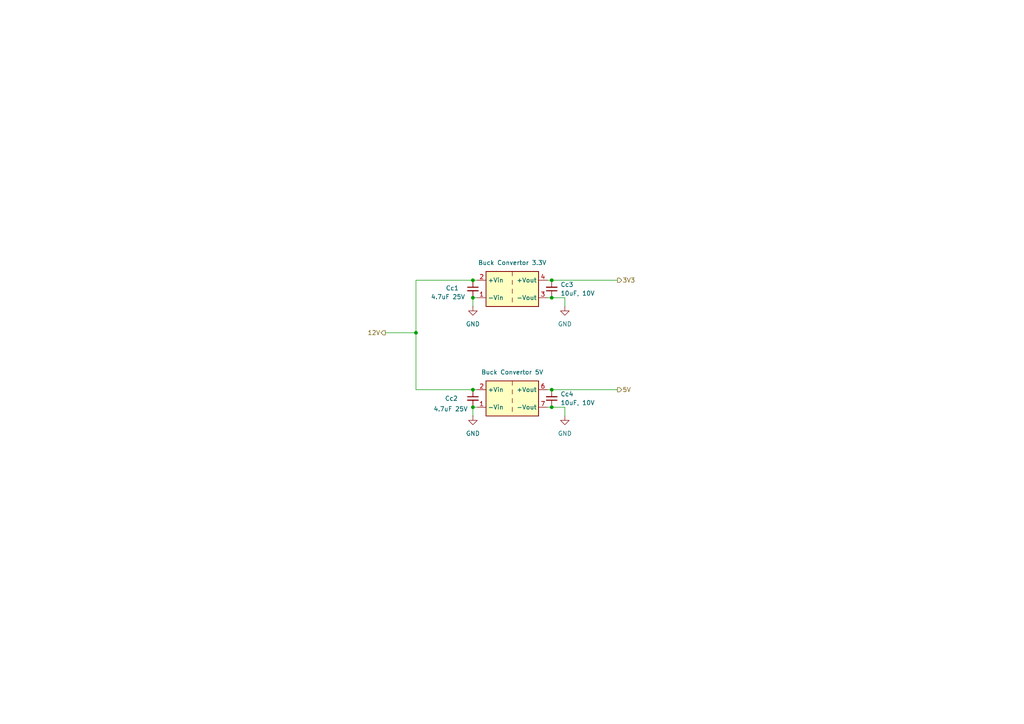
<source format=kicad_sch>
(kicad_sch
	(version 20250114)
	(generator "eeschema")
	(generator_version "9.0")
	(uuid "e15b54da-4923-4faf-a7e3-04d3a032fa26")
	(paper "A4")
	(lib_symbols
		(symbol "Converter_DCDC:ITX1203SA"
			(exclude_from_sim no)
			(in_bom yes)
			(on_board yes)
			(property "Reference" "PS"
				(at -7.62 6.35 0)
				(effects
					(font
						(size 1.27 1.27)
					)
					(justify left)
				)
			)
			(property "Value" "ITX1203SA"
				(at 1.27 6.35 0)
				(effects
					(font
						(size 1.27 1.27)
					)
					(justify left)
				)
			)
			(property "Footprint" "Converter_DCDC:Converter_DCDC_XP_POWER-ITXxxxxSA_THT"
				(at -26.67 -6.35 0)
				(effects
					(font
						(size 1.27 1.27)
					)
					(justify left)
					(hide yes)
				)
			)
			(property "Datasheet" "https://www.xppower.com/pdfs/SF_ITX.pdf"
				(at 26.67 -7.62 0)
				(effects
					(font
						(size 1.27 1.27)
					)
					(justify left)
					(hide yes)
				)
			)
			(property "Description" "XP Power 6W, 1000 VDC Isolated DC/DC Converter Module, Fully Regulated Single Output Voltage 3.3V, ±1300mA, 12V Input Voltage, SIP"
				(at 0 0 0)
				(effects
					(font
						(size 1.27 1.27)
					)
					(hide yes)
				)
			)
			(property "ki_keywords" "XP_POWER DC/DC isolated Converter module"
				(at 0 0 0)
				(effects
					(font
						(size 1.27 1.27)
					)
					(hide yes)
				)
			)
			(property "ki_fp_filters" "*XP?POWER?ITXxxxxSA*"
				(at 0 0 0)
				(effects
					(font
						(size 1.27 1.27)
					)
					(hide yes)
				)
			)
			(symbol "ITX1203SA_0_0"
				(pin power_in line
					(at -10.16 2.54 0)
					(length 2.54)
					(name "+Vin"
						(effects
							(font
								(size 1.27 1.27)
							)
						)
					)
					(number "2"
						(effects
							(font
								(size 1.27 1.27)
							)
						)
					)
				)
				(pin power_in line
					(at -10.16 -2.54 0)
					(length 2.54)
					(name "-Vin"
						(effects
							(font
								(size 1.27 1.27)
							)
						)
					)
					(number "1"
						(effects
							(font
								(size 1.27 1.27)
							)
						)
					)
				)
				(pin no_connect line
					(at 7.62 0 180)
					(length 2.54)
					(hide yes)
					(name "NC"
						(effects
							(font
								(size 1.27 1.27)
							)
						)
					)
					(number "8"
						(effects
							(font
								(size 1.27 1.27)
							)
						)
					)
				)
				(pin power_out line
					(at 10.16 2.54 180)
					(length 2.54)
					(name "+Vout"
						(effects
							(font
								(size 1.27 1.27)
							)
						)
					)
					(number "6"
						(effects
							(font
								(size 1.27 1.27)
							)
						)
					)
				)
				(pin power_out line
					(at 10.16 -2.54 180)
					(length 2.54)
					(name "-Vout"
						(effects
							(font
								(size 1.27 1.27)
							)
						)
					)
					(number "7"
						(effects
							(font
								(size 1.27 1.27)
							)
						)
					)
				)
			)
			(symbol "ITX1203SA_0_1"
				(rectangle
					(start -7.62 5.08)
					(end 7.62 -5.08)
					(stroke
						(width 0.254)
						(type default)
					)
					(fill
						(type background)
					)
				)
				(polyline
					(pts
						(xy 0 5.08) (xy 0 3.81)
					)
					(stroke
						(width 0)
						(type default)
					)
					(fill
						(type none)
					)
				)
				(polyline
					(pts
						(xy 0 2.54) (xy 0 1.27)
					)
					(stroke
						(width 0)
						(type default)
					)
					(fill
						(type none)
					)
				)
				(polyline
					(pts
						(xy 0 0) (xy 0 -1.27)
					)
					(stroke
						(width 0)
						(type default)
					)
					(fill
						(type none)
					)
				)
				(polyline
					(pts
						(xy 0 -2.54) (xy 0 -3.81)
					)
					(stroke
						(width 0)
						(type default)
					)
					(fill
						(type none)
					)
				)
			)
			(embedded_fonts no)
		)
		(symbol "Converter_DCDC:MEE1S1205SC"
			(exclude_from_sim no)
			(in_bom yes)
			(on_board yes)
			(property "Reference" "PS"
				(at -7.62 6.35 0)
				(effects
					(font
						(size 1.27 1.27)
					)
					(justify left)
				)
			)
			(property "Value" "MEE1S1205SC"
				(at 1.27 6.35 0)
				(effects
					(font
						(size 1.27 1.27)
					)
					(justify left)
				)
			)
			(property "Footprint" "Converter_DCDC:Converter_DCDC_Murata_MEE1SxxxxSC_THT"
				(at -26.67 -6.35 0)
				(effects
					(font
						(size 1.27 1.27)
					)
					(justify left)
					(hide yes)
				)
			)
			(property "Datasheet" "https://power.murata.com/pub/data/power/ncl/kdc_mee1.pdf"
				(at 26.67 -7.62 0)
				(effects
					(font
						(size 1.27 1.27)
					)
					(justify left)
					(hide yes)
				)
			)
			(property "Description" "1W, 1000 VDC isolated DC/DC converter, 12V input, 5V output, SIP"
				(at 0 0 0)
				(effects
					(font
						(size 1.27 1.27)
					)
					(hide yes)
				)
			)
			(property "ki_keywords" "murata DC/DC isolated converter"
				(at 0 0 0)
				(effects
					(font
						(size 1.27 1.27)
					)
					(hide yes)
				)
			)
			(property "ki_fp_filters" "Converter*DCDC*Murata*MEE1SxxxxSC*THT*"
				(at 0 0 0)
				(effects
					(font
						(size 1.27 1.27)
					)
					(hide yes)
				)
			)
			(symbol "MEE1S1205SC_0_0"
				(pin power_in line
					(at -10.16 2.54 0)
					(length 2.54)
					(name "+Vin"
						(effects
							(font
								(size 1.27 1.27)
							)
						)
					)
					(number "2"
						(effects
							(font
								(size 1.27 1.27)
							)
						)
					)
				)
				(pin power_in line
					(at -10.16 -2.54 0)
					(length 2.54)
					(name "-Vin"
						(effects
							(font
								(size 1.27 1.27)
							)
						)
					)
					(number "1"
						(effects
							(font
								(size 1.27 1.27)
							)
						)
					)
				)
				(pin power_out line
					(at 10.16 2.54 180)
					(length 2.54)
					(name "+Vout"
						(effects
							(font
								(size 1.27 1.27)
							)
						)
					)
					(number "4"
						(effects
							(font
								(size 1.27 1.27)
							)
						)
					)
				)
				(pin power_out line
					(at 10.16 -2.54 180)
					(length 2.54)
					(name "-Vout"
						(effects
							(font
								(size 1.27 1.27)
							)
						)
					)
					(number "3"
						(effects
							(font
								(size 1.27 1.27)
							)
						)
					)
				)
			)
			(symbol "MEE1S1205SC_0_1"
				(rectangle
					(start -7.62 5.08)
					(end 7.62 -5.08)
					(stroke
						(width 0.254)
						(type default)
					)
					(fill
						(type background)
					)
				)
				(polyline
					(pts
						(xy 0 5.08) (xy 0 3.81)
					)
					(stroke
						(width 0)
						(type default)
					)
					(fill
						(type none)
					)
				)
				(polyline
					(pts
						(xy 0 2.54) (xy 0 1.27)
					)
					(stroke
						(width 0)
						(type default)
					)
					(fill
						(type none)
					)
				)
				(polyline
					(pts
						(xy 0 0) (xy 0 -1.27)
					)
					(stroke
						(width 0)
						(type default)
					)
					(fill
						(type none)
					)
				)
				(polyline
					(pts
						(xy 0 -2.54) (xy 0 -3.81)
					)
					(stroke
						(width 0)
						(type default)
					)
					(fill
						(type none)
					)
				)
			)
			(embedded_fonts no)
		)
		(symbol "Device:C_Small"
			(pin_numbers
				(hide yes)
			)
			(pin_names
				(offset 0.254)
				(hide yes)
			)
			(exclude_from_sim no)
			(in_bom yes)
			(on_board yes)
			(property "Reference" "C"
				(at 0.254 1.778 0)
				(effects
					(font
						(size 1.27 1.27)
					)
					(justify left)
				)
			)
			(property "Value" "C_Small"
				(at 0.254 -2.032 0)
				(effects
					(font
						(size 1.27 1.27)
					)
					(justify left)
				)
			)
			(property "Footprint" ""
				(at 0 0 0)
				(effects
					(font
						(size 1.27 1.27)
					)
					(hide yes)
				)
			)
			(property "Datasheet" "~"
				(at 0 0 0)
				(effects
					(font
						(size 1.27 1.27)
					)
					(hide yes)
				)
			)
			(property "Description" "Unpolarized capacitor, small symbol"
				(at 0 0 0)
				(effects
					(font
						(size 1.27 1.27)
					)
					(hide yes)
				)
			)
			(property "ki_keywords" "capacitor cap"
				(at 0 0 0)
				(effects
					(font
						(size 1.27 1.27)
					)
					(hide yes)
				)
			)
			(property "ki_fp_filters" "C_*"
				(at 0 0 0)
				(effects
					(font
						(size 1.27 1.27)
					)
					(hide yes)
				)
			)
			(symbol "C_Small_0_1"
				(polyline
					(pts
						(xy -1.524 0.508) (xy 1.524 0.508)
					)
					(stroke
						(width 0.3048)
						(type default)
					)
					(fill
						(type none)
					)
				)
				(polyline
					(pts
						(xy -1.524 -0.508) (xy 1.524 -0.508)
					)
					(stroke
						(width 0.3302)
						(type default)
					)
					(fill
						(type none)
					)
				)
			)
			(symbol "C_Small_1_1"
				(pin passive line
					(at 0 2.54 270)
					(length 2.032)
					(name "~"
						(effects
							(font
								(size 1.27 1.27)
							)
						)
					)
					(number "1"
						(effects
							(font
								(size 1.27 1.27)
							)
						)
					)
				)
				(pin passive line
					(at 0 -2.54 90)
					(length 2.032)
					(name "~"
						(effects
							(font
								(size 1.27 1.27)
							)
						)
					)
					(number "2"
						(effects
							(font
								(size 1.27 1.27)
							)
						)
					)
				)
			)
			(embedded_fonts no)
		)
		(symbol "power:GND"
			(power)
			(pin_numbers
				(hide yes)
			)
			(pin_names
				(offset 0)
				(hide yes)
			)
			(exclude_from_sim no)
			(in_bom yes)
			(on_board yes)
			(property "Reference" "#PWR"
				(at 0 -6.35 0)
				(effects
					(font
						(size 1.27 1.27)
					)
					(hide yes)
				)
			)
			(property "Value" "GND"
				(at 0 -3.81 0)
				(effects
					(font
						(size 1.27 1.27)
					)
				)
			)
			(property "Footprint" ""
				(at 0 0 0)
				(effects
					(font
						(size 1.27 1.27)
					)
					(hide yes)
				)
			)
			(property "Datasheet" ""
				(at 0 0 0)
				(effects
					(font
						(size 1.27 1.27)
					)
					(hide yes)
				)
			)
			(property "Description" "Power symbol creates a global label with name \"GND\" , ground"
				(at 0 0 0)
				(effects
					(font
						(size 1.27 1.27)
					)
					(hide yes)
				)
			)
			(property "ki_keywords" "global power"
				(at 0 0 0)
				(effects
					(font
						(size 1.27 1.27)
					)
					(hide yes)
				)
			)
			(symbol "GND_0_1"
				(polyline
					(pts
						(xy 0 0) (xy 0 -1.27) (xy 1.27 -1.27) (xy 0 -2.54) (xy -1.27 -1.27) (xy 0 -1.27)
					)
					(stroke
						(width 0)
						(type default)
					)
					(fill
						(type none)
					)
				)
			)
			(symbol "GND_1_1"
				(pin power_in line
					(at 0 0 270)
					(length 0)
					(name "~"
						(effects
							(font
								(size 1.27 1.27)
							)
						)
					)
					(number "1"
						(effects
							(font
								(size 1.27 1.27)
							)
						)
					)
				)
			)
			(embedded_fonts no)
		)
	)
	(junction
		(at 160.02 118.11)
		(diameter 0)
		(color 0 0 0 0)
		(uuid "1c96f455-7c41-40e4-b313-ebd0f475f635")
	)
	(junction
		(at 137.16 86.36)
		(diameter 0)
		(color 0 0 0 0)
		(uuid "1d403111-d0c8-476c-8d8f-80f65f3b24c2")
	)
	(junction
		(at 120.65 96.52)
		(diameter 0)
		(color 0 0 0 0)
		(uuid "5c09859b-5f76-45c2-b6fc-b8fbdbc57f7b")
	)
	(junction
		(at 137.16 81.28)
		(diameter 0)
		(color 0 0 0 0)
		(uuid "5d0778fa-10d6-43f8-801b-65ae6ba2fa9b")
	)
	(junction
		(at 160.02 86.36)
		(diameter 0)
		(color 0 0 0 0)
		(uuid "6d9d3fbc-cb81-4d19-a4f2-b21f110f3711")
	)
	(junction
		(at 160.02 81.28)
		(diameter 0)
		(color 0 0 0 0)
		(uuid "7f74aae8-56cc-43e7-a3e5-22beb596e20b")
	)
	(junction
		(at 137.16 113.03)
		(diameter 0)
		(color 0 0 0 0)
		(uuid "abb1b8dd-a986-4690-af29-8189e6cf175e")
	)
	(junction
		(at 160.02 113.03)
		(diameter 0)
		(color 0 0 0 0)
		(uuid "bb11425d-9e01-49c2-a4f6-132458233672")
	)
	(junction
		(at 137.16 118.11)
		(diameter 0)
		(color 0 0 0 0)
		(uuid "fc8f7eb5-0a5f-4ab9-a652-ef7fccac1e71")
	)
	(wire
		(pts
			(xy 160.02 81.28) (xy 179.07 81.28)
		)
		(stroke
			(width 0)
			(type default)
		)
		(uuid "096a0073-64ea-4109-a9b7-e792b02e1dbd")
	)
	(wire
		(pts
			(xy 120.65 96.52) (xy 120.65 113.03)
		)
		(stroke
			(width 0)
			(type default)
		)
		(uuid "09cfb970-33a9-4a39-9666-3e726a17832d")
	)
	(wire
		(pts
			(xy 137.16 118.11) (xy 138.43 118.11)
		)
		(stroke
			(width 0)
			(type default)
		)
		(uuid "0cb19e50-62a5-4d79-9a6e-fdd8de69a195")
	)
	(wire
		(pts
			(xy 160.02 113.03) (xy 179.07 113.03)
		)
		(stroke
			(width 0)
			(type default)
		)
		(uuid "13ade2ee-ea51-4886-885b-f786003805b7")
	)
	(wire
		(pts
			(xy 158.75 118.11) (xy 160.02 118.11)
		)
		(stroke
			(width 0)
			(type default)
		)
		(uuid "1968e8ea-8445-4e0e-8e2a-0ec3004239c7")
	)
	(wire
		(pts
			(xy 163.83 118.11) (xy 163.83 120.65)
		)
		(stroke
			(width 0)
			(type default)
		)
		(uuid "42c5b793-84c0-4f05-87d1-e5a56b984d4e")
	)
	(wire
		(pts
			(xy 160.02 118.11) (xy 163.83 118.11)
		)
		(stroke
			(width 0)
			(type default)
		)
		(uuid "4aa0f4a0-3f3d-460c-a7f7-915b60763b33")
	)
	(wire
		(pts
			(xy 137.16 118.11) (xy 137.16 120.65)
		)
		(stroke
			(width 0)
			(type default)
		)
		(uuid "5816aa54-a960-4393-bd7d-c3d1796187b9")
	)
	(wire
		(pts
			(xy 163.83 86.36) (xy 163.83 88.9)
		)
		(stroke
			(width 0)
			(type default)
		)
		(uuid "5862187a-ba54-4ed6-a49c-7718afca8a76")
	)
	(wire
		(pts
			(xy 120.65 81.28) (xy 137.16 81.28)
		)
		(stroke
			(width 0)
			(type default)
		)
		(uuid "72739ce3-b6d4-4978-a92f-98d1f9d8a873")
	)
	(wire
		(pts
			(xy 158.75 81.28) (xy 160.02 81.28)
		)
		(stroke
			(width 0)
			(type default)
		)
		(uuid "749ac8e4-5b53-4659-ad0b-7b9addeafc40")
	)
	(wire
		(pts
			(xy 160.02 86.36) (xy 163.83 86.36)
		)
		(stroke
			(width 0)
			(type default)
		)
		(uuid "8f86ccaf-03c5-44bd-9a2e-34835b91fe1f")
	)
	(wire
		(pts
			(xy 137.16 86.36) (xy 138.43 86.36)
		)
		(stroke
			(width 0)
			(type default)
		)
		(uuid "953be2ff-4209-4ea4-b351-fc5373b50f6b")
	)
	(wire
		(pts
			(xy 137.16 113.03) (xy 138.43 113.03)
		)
		(stroke
			(width 0)
			(type default)
		)
		(uuid "9d2307fd-1d2a-4de4-ab5c-60c3283bb518")
	)
	(wire
		(pts
			(xy 158.75 113.03) (xy 160.02 113.03)
		)
		(stroke
			(width 0)
			(type default)
		)
		(uuid "adb99f8c-a930-4dd3-95b9-869ad8181e92")
	)
	(wire
		(pts
			(xy 137.16 81.28) (xy 138.43 81.28)
		)
		(stroke
			(width 0)
			(type default)
		)
		(uuid "aff8a966-f251-41a7-95d9-1fe661522047")
	)
	(wire
		(pts
			(xy 111.76 96.52) (xy 120.65 96.52)
		)
		(stroke
			(width 0)
			(type default)
		)
		(uuid "c3267fb5-9b0f-4670-8140-cd396cee73f8")
	)
	(wire
		(pts
			(xy 158.75 86.36) (xy 160.02 86.36)
		)
		(stroke
			(width 0)
			(type default)
		)
		(uuid "da276e6c-78a7-4478-9960-3cb455d79fff")
	)
	(wire
		(pts
			(xy 120.65 81.28) (xy 120.65 96.52)
		)
		(stroke
			(width 0)
			(type default)
		)
		(uuid "df3e3033-c889-4d5c-9aba-375b7563fa0f")
	)
	(wire
		(pts
			(xy 120.65 113.03) (xy 137.16 113.03)
		)
		(stroke
			(width 0)
			(type default)
		)
		(uuid "f4e688f7-0fb4-48de-9ae6-52cb369cb97f")
	)
	(wire
		(pts
			(xy 137.16 86.36) (xy 137.16 88.9)
		)
		(stroke
			(width 0)
			(type default)
		)
		(uuid "f9d56b32-56ea-4a00-b81f-0b7492005ca9")
	)
	(hierarchical_label "5V"
		(shape output)
		(at 179.07 113.03 0)
		(effects
			(font
				(size 1.27 1.27)
			)
			(justify left)
		)
		(uuid "9efe59a4-e806-4215-99f2-33e44c02e01e")
	)
	(hierarchical_label "12V"
		(shape output)
		(at 111.76 96.52 180)
		(effects
			(font
				(size 1.27 1.27)
			)
			(justify right)
		)
		(uuid "af42f66f-e08d-4ee4-9aee-e783108b1082")
	)
	(hierarchical_label "3V3"
		(shape output)
		(at 179.07 81.28 0)
		(effects
			(font
				(size 1.27 1.27)
			)
			(justify left)
		)
		(uuid "f546cf5e-1016-43c3-aad7-47464838ae1e")
	)
	(symbol
		(lib_id "power:GND")
		(at 137.16 120.65 0)
		(unit 1)
		(exclude_from_sim no)
		(in_bom yes)
		(on_board yes)
		(dnp no)
		(fields_autoplaced yes)
		(uuid "0b3f7956-659f-4b4d-9db2-619b7fbb1112")
		(property "Reference" "#PWR033"
			(at 137.16 127 0)
			(effects
				(font
					(size 1.27 1.27)
				)
				(hide yes)
			)
		)
		(property "Value" "GND"
			(at 137.16 125.73 0)
			(effects
				(font
					(size 1.27 1.27)
				)
			)
		)
		(property "Footprint" ""
			(at 137.16 120.65 0)
			(effects
				(font
					(size 1.27 1.27)
				)
				(hide yes)
			)
		)
		(property "Datasheet" ""
			(at 137.16 120.65 0)
			(effects
				(font
					(size 1.27 1.27)
				)
				(hide yes)
			)
		)
		(property "Description" "Power symbol creates a global label with name \"GND\" , ground"
			(at 137.16 120.65 0)
			(effects
				(font
					(size 1.27 1.27)
				)
				(hide yes)
			)
		)
		(pin "1"
			(uuid "ead9c90b-38ef-4d58-a6c7-ca43fb2e355e")
		)
		(instances
			(project "Basic Power Distribution"
				(path "/806c945d-80a3-4a32-a262-566a8b69f4ec/f27c0134-a393-4f3a-84ff-1e1370088c24"
					(reference "#PWR033")
					(unit 1)
				)
			)
		)
	)
	(symbol
		(lib_id "power:GND")
		(at 163.83 120.65 0)
		(unit 1)
		(exclude_from_sim no)
		(in_bom yes)
		(on_board yes)
		(dnp no)
		(fields_autoplaced yes)
		(uuid "18a5a870-922f-4c22-8d90-549733a1e689")
		(property "Reference" "#PWR031"
			(at 163.83 127 0)
			(effects
				(font
					(size 1.27 1.27)
				)
				(hide yes)
			)
		)
		(property "Value" "GND"
			(at 163.83 125.73 0)
			(effects
				(font
					(size 1.27 1.27)
				)
			)
		)
		(property "Footprint" ""
			(at 163.83 120.65 0)
			(effects
				(font
					(size 1.27 1.27)
				)
				(hide yes)
			)
		)
		(property "Datasheet" ""
			(at 163.83 120.65 0)
			(effects
				(font
					(size 1.27 1.27)
				)
				(hide yes)
			)
		)
		(property "Description" "Power symbol creates a global label with name \"GND\" , ground"
			(at 163.83 120.65 0)
			(effects
				(font
					(size 1.27 1.27)
				)
				(hide yes)
			)
		)
		(pin "1"
			(uuid "19fc5302-265f-4c2e-8bd6-a9ecec1ca945")
		)
		(instances
			(project "Basic Power Distribution"
				(path "/806c945d-80a3-4a32-a262-566a8b69f4ec/f27c0134-a393-4f3a-84ff-1e1370088c24"
					(reference "#PWR031")
					(unit 1)
				)
			)
		)
	)
	(symbol
		(lib_id "power:GND")
		(at 163.83 88.9 0)
		(unit 1)
		(exclude_from_sim no)
		(in_bom yes)
		(on_board yes)
		(dnp no)
		(fields_autoplaced yes)
		(uuid "28e531a9-0165-4be2-80bf-606583589b10")
		(property "Reference" "#PWR036"
			(at 163.83 95.25 0)
			(effects
				(font
					(size 1.27 1.27)
				)
				(hide yes)
			)
		)
		(property "Value" "GND"
			(at 163.83 93.98 0)
			(effects
				(font
					(size 1.27 1.27)
				)
			)
		)
		(property "Footprint" ""
			(at 163.83 88.9 0)
			(effects
				(font
					(size 1.27 1.27)
				)
				(hide yes)
			)
		)
		(property "Datasheet" ""
			(at 163.83 88.9 0)
			(effects
				(font
					(size 1.27 1.27)
				)
				(hide yes)
			)
		)
		(property "Description" "Power symbol creates a global label with name \"GND\" , ground"
			(at 163.83 88.9 0)
			(effects
				(font
					(size 1.27 1.27)
				)
				(hide yes)
			)
		)
		(pin "1"
			(uuid "b061b5be-7f9d-43f6-8aa4-fd29e10c4d9e")
		)
		(instances
			(project "Basic Power Distribution"
				(path "/806c945d-80a3-4a32-a262-566a8b69f4ec/f27c0134-a393-4f3a-84ff-1e1370088c24"
					(reference "#PWR036")
					(unit 1)
				)
			)
		)
	)
	(symbol
		(lib_id "Converter_DCDC:MEE1S1205SC")
		(at 148.59 83.82 0)
		(unit 1)
		(exclude_from_sim no)
		(in_bom yes)
		(on_board yes)
		(dnp no)
		(fields_autoplaced yes)
		(uuid "387bfdf3-0863-41c4-a605-38df333d77db")
		(property "Reference" "PS6"
			(at 148.59 73.66 0)
			(effects
				(font
					(size 1.27 1.27)
				)
				(hide yes)
			)
		)
		(property "Value" "Buck Convertor 3.3V"
			(at 148.59 76.2 0)
			(effects
				(font
					(size 1.27 1.27)
				)
			)
		)
		(property "Footprint" "Converter_DCDC:Converter_DCDC_Murata_MEE1SxxxxSC_THT"
			(at 121.92 90.17 0)
			(effects
				(font
					(size 1.27 1.27)
				)
				(justify left)
				(hide yes)
			)
		)
		(property "Datasheet" "https://power.murata.com/pub/data/power/ncl/kdc_mee1.pdf"
			(at 175.26 91.44 0)
			(effects
				(font
					(size 1.27 1.27)
				)
				(justify left)
				(hide yes)
			)
		)
		(property "Description" "1W, 1000 VDC isolated DC/DC converter, 12V input, 5V output, SIP"
			(at 148.59 83.82 0)
			(effects
				(font
					(size 1.27 1.27)
				)
				(hide yes)
			)
		)
		(pin "2"
			(uuid "2208e8a3-d79a-4102-a873-9e1e3cab59bd")
		)
		(pin "1"
			(uuid "c4e06e34-b5c4-4e2c-854d-61ec5c89f530")
		)
		(pin "4"
			(uuid "97837c2e-82de-48c9-b96d-c742e14068cf")
		)
		(pin "3"
			(uuid "c76411d9-3f26-4875-8fc5-513cee96aa9f")
		)
		(instances
			(project "Basic Power Distribution"
				(path "/806c945d-80a3-4a32-a262-566a8b69f4ec/f27c0134-a393-4f3a-84ff-1e1370088c24"
					(reference "PS6")
					(unit 1)
				)
			)
		)
	)
	(symbol
		(lib_id "Device:C_Small")
		(at 137.16 83.82 0)
		(unit 1)
		(exclude_from_sim no)
		(in_bom yes)
		(on_board yes)
		(dnp no)
		(uuid "5ebd0c56-fba9-4e7e-899f-6d4053376e46")
		(property "Reference" "Cc1"
			(at 129.286 83.566 0)
			(effects
				(font
					(size 1.27 1.27)
				)
				(justify left)
			)
		)
		(property "Value" "4.7uF 25V"
			(at 124.968 86.106 0)
			(effects
				(font
					(size 1.27 1.27)
				)
				(justify left)
			)
		)
		(property "Footprint" ""
			(at 137.16 83.82 0)
			(effects
				(font
					(size 1.27 1.27)
				)
				(hide yes)
			)
		)
		(property "Datasheet" "~"
			(at 137.16 83.82 0)
			(effects
				(font
					(size 1.27 1.27)
				)
				(hide yes)
			)
		)
		(property "Description" "Unpolarized capacitor, small symbol"
			(at 137.16 83.82 0)
			(effects
				(font
					(size 1.27 1.27)
				)
				(hide yes)
			)
		)
		(pin "2"
			(uuid "fa36787a-0aa8-498c-b465-fd7fcd2c58dc")
		)
		(pin "1"
			(uuid "08881f1a-1998-4c7b-b38d-48d94d0cfe5a")
		)
		(instances
			(project "Basic Power Distribution"
				(path "/806c945d-80a3-4a32-a262-566a8b69f4ec/f27c0134-a393-4f3a-84ff-1e1370088c24"
					(reference "Cc1")
					(unit 1)
				)
			)
		)
	)
	(symbol
		(lib_id "Device:C_Small")
		(at 160.02 83.82 180)
		(unit 1)
		(exclude_from_sim no)
		(in_bom yes)
		(on_board yes)
		(dnp no)
		(fields_autoplaced yes)
		(uuid "63b1e28b-eb73-4437-a20d-b965eee56b09")
		(property "Reference" "Cc3"
			(at 162.56 82.5435 0)
			(effects
				(font
					(size 1.27 1.27)
				)
				(justify right)
			)
		)
		(property "Value" "10uF, 10V"
			(at 162.56 85.0835 0)
			(effects
				(font
					(size 1.27 1.27)
				)
				(justify right)
			)
		)
		(property "Footprint" ""
			(at 160.02 83.82 0)
			(effects
				(font
					(size 1.27 1.27)
				)
				(hide yes)
			)
		)
		(property "Datasheet" "~"
			(at 160.02 83.82 0)
			(effects
				(font
					(size 1.27 1.27)
				)
				(hide yes)
			)
		)
		(property "Description" "Unpolarized capacitor, small symbol"
			(at 160.02 83.82 0)
			(effects
				(font
					(size 1.27 1.27)
				)
				(hide yes)
			)
		)
		(pin "2"
			(uuid "f758b588-8062-4ecb-a55a-3e617949e912")
		)
		(pin "1"
			(uuid "f588584b-2f23-4f2c-9701-cebb2d869bea")
		)
		(instances
			(project "Basic Power Distribution"
				(path "/806c945d-80a3-4a32-a262-566a8b69f4ec/f27c0134-a393-4f3a-84ff-1e1370088c24"
					(reference "Cc3")
					(unit 1)
				)
			)
		)
	)
	(symbol
		(lib_id "Device:C_Small")
		(at 137.16 115.57 0)
		(unit 1)
		(exclude_from_sim no)
		(in_bom yes)
		(on_board yes)
		(dnp no)
		(uuid "692c6b66-e8a5-4904-b1ed-0d580af23e52")
		(property "Reference" "Cc2"
			(at 129.032 115.57 0)
			(effects
				(font
					(size 1.27 1.27)
				)
				(justify left)
			)
		)
		(property "Value" "4.7uF 25V"
			(at 125.73 118.618 0)
			(effects
				(font
					(size 1.27 1.27)
				)
				(justify left)
			)
		)
		(property "Footprint" ""
			(at 137.16 115.57 0)
			(effects
				(font
					(size 1.27 1.27)
				)
				(hide yes)
			)
		)
		(property "Datasheet" "~"
			(at 137.16 115.57 0)
			(effects
				(font
					(size 1.27 1.27)
				)
				(hide yes)
			)
		)
		(property "Description" "Unpolarized capacitor, small symbol"
			(at 137.16 115.57 0)
			(effects
				(font
					(size 1.27 1.27)
				)
				(hide yes)
			)
		)
		(pin "2"
			(uuid "31d344c3-4587-4970-9f23-1bb0e04d653c")
		)
		(pin "1"
			(uuid "699aff50-2981-48a7-8853-6a6b915bff78")
		)
		(instances
			(project "Basic Power Distribution"
				(path "/806c945d-80a3-4a32-a262-566a8b69f4ec/f27c0134-a393-4f3a-84ff-1e1370088c24"
					(reference "Cc2")
					(unit 1)
				)
			)
		)
	)
	(symbol
		(lib_id "Converter_DCDC:ITX1203SA")
		(at 148.59 115.57 0)
		(unit 1)
		(exclude_from_sim no)
		(in_bom yes)
		(on_board yes)
		(dnp no)
		(fields_autoplaced yes)
		(uuid "8d91768a-bc05-481c-8df7-7089da5d7667")
		(property "Reference" "PS7"
			(at 148.59 105.41 0)
			(effects
				(font
					(size 1.27 1.27)
				)
				(hide yes)
			)
		)
		(property "Value" "Buck Convertor 5V"
			(at 148.59 107.95 0)
			(effects
				(font
					(size 1.27 1.27)
				)
			)
		)
		(property "Footprint" "Converter_DCDC:Converter_DCDC_XP_POWER-ITXxxxxSA_THT"
			(at 121.92 121.92 0)
			(effects
				(font
					(size 1.27 1.27)
				)
				(justify left)
				(hide yes)
			)
		)
		(property "Datasheet" "https://www.xppower.com/pdfs/SF_ITX.pdf"
			(at 175.26 123.19 0)
			(effects
				(font
					(size 1.27 1.27)
				)
				(justify left)
				(hide yes)
			)
		)
		(property "Description" "XP Power 6W, 1000 VDC Isolated DC/DC Converter Module, Fully Regulated Single Output Voltage 3.3V, ±1300mA, 12V Input Voltage, SIP"
			(at 148.59 115.57 0)
			(effects
				(font
					(size 1.27 1.27)
				)
				(hide yes)
			)
		)
		(pin "2"
			(uuid "5a5c0285-766a-43fb-a9a3-6dae8d20cba9")
		)
		(pin "7"
			(uuid "e9214451-b886-447d-a15b-fc87d9077719")
		)
		(pin "6"
			(uuid "ef22cf11-3248-42da-aeec-ac42bfba4a5a")
		)
		(pin "1"
			(uuid "71c0bf3e-89f7-43f8-aa60-fa4742f5ffd2")
		)
		(pin "8"
			(uuid "b7fed6c7-160e-4498-8800-2d1b5cc1d5e6")
		)
		(instances
			(project "Basic Power Distribution"
				(path "/806c945d-80a3-4a32-a262-566a8b69f4ec/f27c0134-a393-4f3a-84ff-1e1370088c24"
					(reference "PS7")
					(unit 1)
				)
			)
		)
	)
	(symbol
		(lib_id "Device:C_Small")
		(at 160.02 115.57 180)
		(unit 1)
		(exclude_from_sim no)
		(in_bom yes)
		(on_board yes)
		(dnp no)
		(fields_autoplaced yes)
		(uuid "c63891d3-c781-4b5d-9b06-ee71f44979b5")
		(property "Reference" "Cc4"
			(at 162.56 114.2935 0)
			(effects
				(font
					(size 1.27 1.27)
				)
				(justify right)
			)
		)
		(property "Value" "10uF, 10V"
			(at 162.56 116.8335 0)
			(effects
				(font
					(size 1.27 1.27)
				)
				(justify right)
			)
		)
		(property "Footprint" ""
			(at 160.02 115.57 0)
			(effects
				(font
					(size 1.27 1.27)
				)
				(hide yes)
			)
		)
		(property "Datasheet" "~"
			(at 160.02 115.57 0)
			(effects
				(font
					(size 1.27 1.27)
				)
				(hide yes)
			)
		)
		(property "Description" "Unpolarized capacitor, small symbol"
			(at 160.02 115.57 0)
			(effects
				(font
					(size 1.27 1.27)
				)
				(hide yes)
			)
		)
		(pin "2"
			(uuid "1d687ecb-b236-4736-a843-17723670de69")
		)
		(pin "1"
			(uuid "90222b74-93e9-4766-b718-9fac81c2ff48")
		)
		(instances
			(project "Basic Power Distribution"
				(path "/806c945d-80a3-4a32-a262-566a8b69f4ec/f27c0134-a393-4f3a-84ff-1e1370088c24"
					(reference "Cc4")
					(unit 1)
				)
			)
		)
	)
	(symbol
		(lib_id "power:GND")
		(at 137.16 88.9 0)
		(unit 1)
		(exclude_from_sim no)
		(in_bom yes)
		(on_board yes)
		(dnp no)
		(fields_autoplaced yes)
		(uuid "dfb57e30-4640-44e7-89e8-ea43da1a035f")
		(property "Reference" "#PWR032"
			(at 137.16 95.25 0)
			(effects
				(font
					(size 1.27 1.27)
				)
				(hide yes)
			)
		)
		(property "Value" "GND"
			(at 137.16 93.98 0)
			(effects
				(font
					(size 1.27 1.27)
				)
			)
		)
		(property "Footprint" ""
			(at 137.16 88.9 0)
			(effects
				(font
					(size 1.27 1.27)
				)
				(hide yes)
			)
		)
		(property "Datasheet" ""
			(at 137.16 88.9 0)
			(effects
				(font
					(size 1.27 1.27)
				)
				(hide yes)
			)
		)
		(property "Description" "Power symbol creates a global label with name \"GND\" , ground"
			(at 137.16 88.9 0)
			(effects
				(font
					(size 1.27 1.27)
				)
				(hide yes)
			)
		)
		(pin "1"
			(uuid "9ed9a332-7ecc-4bb2-a26d-0553e8d0f81d")
		)
		(instances
			(project "Basic Power Distribution"
				(path "/806c945d-80a3-4a32-a262-566a8b69f4ec/f27c0134-a393-4f3a-84ff-1e1370088c24"
					(reference "#PWR032")
					(unit 1)
				)
			)
		)
	)
)

</source>
